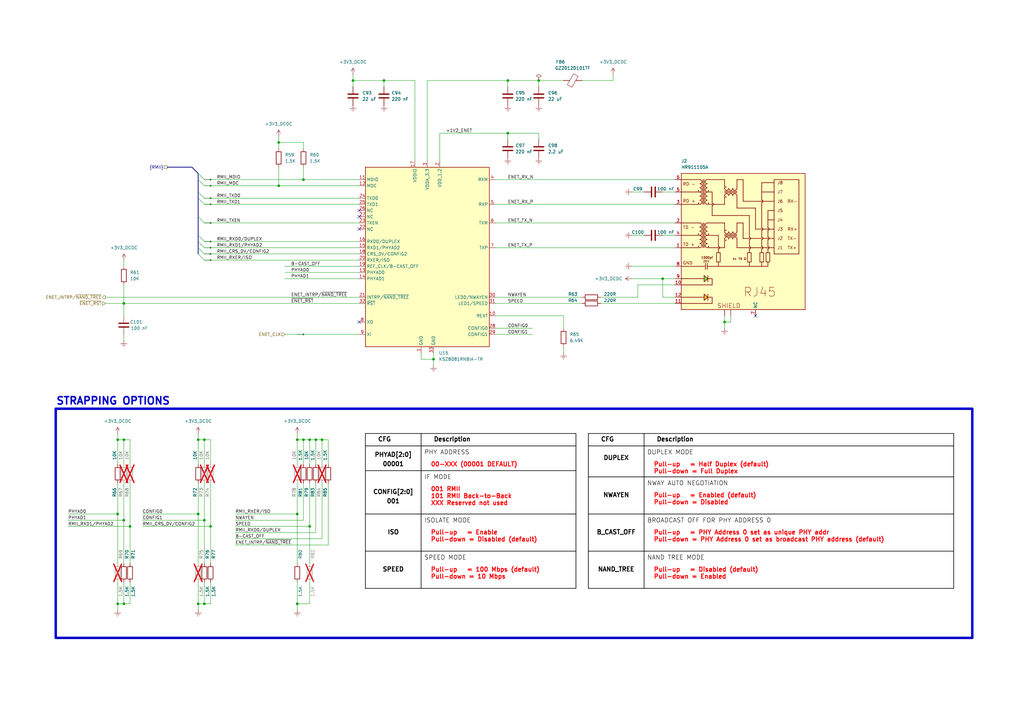
<source format=kicad_sch>
(kicad_sch (version 20231120) (generator "eeschema") (generator_version "8.0")
  (paper "A3")
  (title_block (title "i.MX6 Demo Board") (date "2024-05-26") (rev "00") (company "ts-manuel"))
  (bus_alias "RMII" (members "RMII_MDIO" "RMII_MDC" "RMII_TXD0" "RMII_TXD1" "RMII_TXEN" "RMII_RXD0/DUPLEX" "RMII_RXD1/PHYAD2" "RMII_CRS_DV/CONFIG2" "RMII_RXER/ISO"))
  (junction (at 50.8 124.46))
  (junction (at 114.3 76.2))
  (junction (at 81.28 210.82))
  (junction (at 129.54 180.34))
  (junction (at 81.28 180.34))
  (junction (at 132.08 180.34))
  (junction (at 121.92 180.34))
  (junction (at 83.82 213.36))
  (junction (at 50.8 247.65))
  (junction (at 83.82 247.65))
  (junction (at 48.26 180.34))
  (junction (at 86.36 215.9))
  (junction (at 48.26 210.82))
  (junction (at 50.8 180.34))
  (junction (at 81.28 247.65))
  (junction (at 48.26 247.65))
  (junction (at 121.92 247.65))
  (junction (at 297.18 132.08))
  (junction (at 127 215.9))
  (junction (at 53.34 215.9))
  (junction (at 220.98 33.02))
  (junction (at 50.8 213.36))
  (junction (at 124.46 73.66))
  (junction (at 157.48 33.02))
  (junction (at 144.78 33.02))
  (junction (at 177.8 147.32))
  (junction (at 124.46 180.34))
  (junction (at 271.78 114.3))
  (junction (at 208.28 54.61))
  (junction (at 121.92 210.82))
  (junction (at 208.28 33.02))
  (junction (at 127 180.34))
  (junction (at 114.3 58.42))
  (junction (at 83.82 180.34))
  (no_connect (at 147.32 93.98))
  (no_connect (at 147.32 86.36))
  (no_connect (at 147.32 88.9))
  (no_connect (at 147.32 132.08))
  (no_connect (at 309.88 129.54))
  (bus_entry (at 81.28 88.9) (size 2.54 2.54))
  (bus_entry (at 81.28 73.66) (size 2.54 2.54))
  (bus_entry (at 81.28 71.12) (size 2.54 2.54))
  (bus_entry (at 81.28 99.06) (size 2.54 2.54))
  (bus_entry (at 81.28 96.52) (size 2.54 2.54))
  (bus_entry (at 81.28 78.74) (size 2.54 2.54))
  (bus_entry (at 81.28 101.6) (size 2.54 2.54))
  (bus_entry (at 81.28 81.28) (size 2.54 2.54))
  (bus_entry (at 81.28 104.14) (size 2.54 2.54))
  (wire (pts (xy 175.26 33.02) (xy 175.26 66.04)))
  (wire (pts (xy 86.36 190.5) (xy 86.36 180.34)))
  (bus (pts (xy 81.28 88.9) (xy 81.28 81.28)))
  (wire (pts (xy 276.86 78.74) (xy 271.78 78.74)))
  (wire (pts (xy 50.8 139.7) (xy 50.8 137.16)))
  (wire (pts (xy 43.18 124.46) (xy 50.8 124.46)))
  (wire (pts (xy 81.28 190.5) (xy 81.28 180.34)))
  (wire (pts (xy 114.3 58.42) (xy 114.3 55.88)))
  (wire (pts (xy 114.3 60.96) (xy 114.3 58.42)))
  (wire (pts (xy 83.82 104.14) (xy 147.32 104.14)))
  (wire (pts (xy 48.26 210.82) (xy 48.26 231.14)))
  (wire (pts (xy 50.8 190.5) (xy 50.8 180.34)))
  (wire (pts (xy 246.38 121.92) (xy 261.62 121.92)))
  (wire (pts (xy 114.3 76.2) (xy 114.3 68.58)))
  (wire (pts (xy 134.62 180.34) (xy 134.62 190.5)))
  (wire (pts (xy 50.8 213.36) (xy 50.8 231.14)))
  (wire (pts (xy 203.2 73.66) (xy 276.86 73.66)))
  (polyline (pts (xy 391.16 241.3) (xy 391.16 177.8)) (stroke (width 0.254) (type solid) (color 0 0 0 1)))
  (wire (pts (xy 238.76 121.92) (xy 203.2 121.92)))
  (bus (pts (xy 81.28 73.66) (xy 81.28 71.12)))
  (wire (pts (xy 231.14 129.54) (xy 203.2 129.54)))
  (wire (pts (xy 83.82 247.65) (xy 86.36 247.65)))
  (wire (pts (xy 96.52 210.82) (xy 121.92 210.82)))
  (wire (pts (xy 124.46 180.34) (xy 124.46 190.5)))
  (wire (pts (xy 220.98 33.02) (xy 231.14 33.02)))
  (wire (pts (xy 81.28 177.8) (xy 81.28 180.34)))
  (bus (pts (xy 81.28 81.28) (xy 81.28 78.74)))
  (wire (pts (xy 127 190.5) (xy 127 180.34)))
  (wire (pts (xy 50.8 247.65) (xy 53.34 247.65)))
  (wire (pts (xy 246.38 124.46) (xy 276.86 124.46)))
  (wire (pts (xy 203.2 83.82) (xy 276.86 83.82)))
  (wire (pts (xy 48.26 210.82) (xy 48.26 198.12)))
  (wire (pts (xy 208.28 57.15) (xy 208.28 54.61)))
  (wire (pts (xy 127 238.76) (xy 127 247.65)))
  (wire (pts (xy 177.8 147.32) (xy 177.8 149.86)))
  (wire (pts (xy 50.8 198.12) (xy 50.8 213.36)))
  (wire (pts (xy 144.78 35.56) (xy 144.78 33.02)))
  (wire (pts (xy 27.94 213.36) (xy 50.8 213.36)))
  (wire (pts (xy 208.28 33.02) (xy 175.26 33.02)))
  (wire (pts (xy 157.48 35.56) (xy 157.48 33.02)))
  (wire (pts (xy 48.26 238.76) (xy 48.26 247.65)))
  (wire (pts (xy 53.34 190.5) (xy 53.34 180.34)))
  (bus (pts (xy 68.58 68.58) (xy 78.74 68.58)))
  (wire (pts (xy 53.34 180.34) (xy 50.8 180.34)))
  (wire (pts (xy 203.2 124.46) (xy 238.76 124.46)))
  (wire (pts (xy 132.08 220.98) (xy 132.08 198.12)))
  (wire (pts (xy 83.82 198.12) (xy 83.82 213.36)))
  (wire (pts (xy 116.84 114.3) (xy 147.32 114.3)))
  (wire (pts (xy 147.32 83.82) (xy 83.82 83.82)))
  (wire (pts (xy 208.28 54.61) (xy 180.34 54.61)))
  (polyline (pts (xy 241.3 182.88) (xy 391.16 182.88)) (stroke (width 0.254) (type solid) (color 0 0 0 1)))
  (wire (pts (xy 203.2 101.6) (xy 276.86 101.6)))
  (wire (pts (xy 83.82 238.76) (xy 83.82 247.65)))
  (wire (pts (xy 203.2 91.44) (xy 276.86 91.44)))
  (wire (pts (xy 124.46 213.36) (xy 124.46 198.12)))
  (wire (pts (xy 147.32 81.28) (xy 83.82 81.28)))
  (polyline (pts (xy 149.86 177.8) (xy 149.86 241.3)) (stroke (width 0.254) (type solid) (color 0 0 0 1)))
  (wire (pts (xy 276.86 121.92) (xy 271.78 121.92)))
  (wire (pts (xy 86.36 231.14) (xy 86.36 215.9)))
  (wire (pts (xy 121.92 190.5) (xy 121.92 180.34)))
  (wire (pts (xy 177.8 147.32) (xy 177.8 144.78)))
  (wire (pts (xy 238.76 33.02) (xy 251.46 33.02)))
  (wire (pts (xy 121.92 238.76) (xy 121.92 247.65)))
  (wire (pts (xy 81.28 247.65) (xy 83.82 247.65)))
  (wire (pts (xy 129.54 180.34) (xy 132.08 180.34)))
  (bus (pts (xy 78.74 68.58) (xy 81.28 71.12)))
  (wire (pts (xy 81.28 247.65) (xy 81.28 250.19)))
  (wire (pts (xy 81.28 238.76) (xy 81.28 247.65)))
  (polyline (pts (xy 149.86 182.88) (xy 236.22 182.88)) (stroke (width 0.254) (type solid) (color 0 0 0 1)))
  (wire (pts (xy 96.52 218.44) (xy 129.54 218.44)))
  (wire (pts (xy 259.08 78.74) (xy 264.16 78.74)))
  (wire (pts (xy 220.98 35.56) (xy 220.98 33.02)))
  (wire (pts (xy 132.08 180.34) (xy 134.62 180.34)))
  (polyline (pts (xy 149.86 241.3) (xy 236.22 241.3)) (stroke (width 0.254) (type solid) (color 0 0 0 1)))
  (wire (pts (xy 299.72 132.08) (xy 299.72 129.54)))
  (wire (pts (xy 83.82 101.6) (xy 147.32 101.6)))
  (wire (pts (xy 147.32 91.44) (xy 83.82 91.44)))
  (wire (pts (xy 144.78 33.02) (xy 144.78 30.48)))
  (wire (pts (xy 81.28 210.82) (xy 81.28 231.14)))
  (wire (pts (xy 127 215.9) (xy 127 231.14)))
  (polyline (pts (xy 391.16 177.8) (xy 241.3 177.8)) (stroke (width 0.254) (type solid) (color 0 0 0 1)))
  (wire (pts (xy 50.8 180.34) (xy 48.26 180.34)))
  (wire (pts (xy 172.72 147.32) (xy 172.72 144.78)))
  (polyline (pts (xy 241.3 226.06) (xy 391.16 226.06)) (stroke (width 0.254) (type solid) (color 0 0 0 1)))
  (wire (pts (xy 58.42 213.36) (xy 83.82 213.36)))
  (wire (pts (xy 261.62 116.84) (xy 276.86 116.84)))
  (polyline (pts (xy 149.86 210.82) (xy 236.22 210.82)) (stroke (width 0.254) (type solid) (color 0 0 0 1)))
  (wire (pts (xy 83.82 213.36) (xy 83.82 231.14)))
  (wire (pts (xy 144.78 33.02) (xy 157.48 33.02)))
  (polyline (pts (xy 264.16 177.8) (xy 264.16 241.3)) (stroke (width 0.254) (type solid) (color 0 0 0 1)))
  (wire (pts (xy 114.3 76.2) (xy 83.82 76.2)))
  (wire (pts (xy 48.26 247.65) (xy 50.8 247.65)))
  (wire (pts (xy 121.92 210.82) (xy 121.92 198.12)))
  (wire (pts (xy 203.2 137.16) (xy 218.44 137.16)))
  (bus (pts (xy 81.28 104.14) (xy 81.28 101.6)))
  (wire (pts (xy 48.26 247.65) (xy 48.26 250.19)))
  (wire (pts (xy 147.32 73.66) (xy 124.46 73.66)))
  (wire (pts (xy 220.98 54.61) (xy 208.28 54.61)))
  (wire (pts (xy 83.82 190.5) (xy 83.82 180.34)))
  (wire (pts (xy 96.52 223.52) (xy 134.62 223.52)))
  (wire (pts (xy 127 180.34) (xy 129.54 180.34)))
  (wire (pts (xy 203.2 134.62) (xy 218.44 134.62)))
  (wire (pts (xy 50.8 109.22) (xy 50.8 106.68)))
  (wire (pts (xy 58.42 215.9) (xy 86.36 215.9)))
  (wire (pts (xy 121.92 247.65) (xy 127 247.65)))
  (wire (pts (xy 297.18 132.08) (xy 299.72 132.08)))
  (bus (pts (xy 81.28 96.52) (xy 81.28 88.9)))
  (wire (pts (xy 43.18 121.92) (xy 147.32 121.92)))
  (polyline (pts (xy 236.22 241.3) (xy 236.22 177.8)) (stroke (width 0.254) (type solid) (color 0 0 0 1)))
  (wire (pts (xy 261.62 121.92) (xy 261.62 116.84)))
  (wire (pts (xy 170.18 66.04) (xy 170.18 33.02)))
  (wire (pts (xy 116.84 109.22) (xy 147.32 109.22)))
  (wire (pts (xy 251.46 30.48) (xy 251.46 33.02)))
  (polyline (pts (xy 149.86 193.04) (xy 236.22 193.04)) (stroke (width 0.254) (type solid) (color 0 0 0 1)))
  (wire (pts (xy 48.26 177.8) (xy 48.26 180.34)))
  (wire (pts (xy 259.08 96.52) (xy 264.16 96.52)))
  (wire (pts (xy 53.34 215.9) (xy 53.34 231.14)))
  (wire (pts (xy 86.36 180.34) (xy 83.82 180.34)))
  (wire (pts (xy 231.14 144.78) (xy 231.14 142.24)))
  (wire (pts (xy 96.52 213.36) (xy 124.46 213.36)))
  (bus (pts (xy 81.28 99.06) (xy 81.28 96.52)))
  (wire (pts (xy 58.42 210.82) (xy 81.28 210.82)))
  (polyline (pts (xy 236.22 177.8) (xy 149.86 177.8)) (stroke (width 0.254) (type solid) (color 0 0 0 1)))
  (wire (pts (xy 271.78 96.52) (xy 276.86 96.52)))
  (wire (pts (xy 83.82 99.06) (xy 147.32 99.06)))
  (wire (pts (xy 124.46 60.96) (xy 124.46 58.42)))
  (polyline (pts (xy 241.3 241.3) (xy 391.16 241.3)) (stroke (width 0.254) (type solid) (color 0 0 0 1)))
  (wire (pts (xy 170.18 33.02) (xy 157.48 33.02)))
  (wire (pts (xy 81.28 210.82) (xy 81.28 198.12)))
  (wire (pts (xy 53.34 238.76) (xy 53.34 247.65)))
  (wire (pts (xy 96.52 215.9) (xy 127 215.9)))
  (wire (pts (xy 83.82 180.34) (xy 81.28 180.34)))
  (wire (pts (xy 53.34 198.12) (xy 53.34 215.9)))
  (wire (pts (xy 50.8 129.54) (xy 50.8 124.46)))
  (wire (pts (xy 50.8 238.76) (xy 50.8 247.65)))
  (wire (pts (xy 83.82 73.66) (xy 124.46 73.66)))
  (wire (pts (xy 271.78 114.3) (xy 276.86 114.3)))
  (wire (pts (xy 208.28 33.02) (xy 220.98 33.02)))
  (wire (pts (xy 259.08 114.3) (xy 271.78 114.3)))
  (wire (pts (xy 48.26 190.5) (xy 48.26 180.34)))
  (wire (pts (xy 129.54 218.44) (xy 129.54 198.12)))
  (wire (pts (xy 132.08 190.5) (xy 132.08 180.34)))
  (wire (pts (xy 231.14 129.54) (xy 231.14 134.62)))
  (wire (pts (xy 121.92 177.8) (xy 121.92 180.34)))
  (wire (pts (xy 83.82 106.68) (xy 147.32 106.68)))
  (polyline (pts (xy 241.3 195.58) (xy 391.16 195.58)) (stroke (width 0.254) (type solid) (color 0 0 0 1)))
  (wire (pts (xy 50.8 116.84) (xy 50.8 124.46)))
  (wire (pts (xy 297.18 132.08) (xy 297.18 129.54)))
  (wire (pts (xy 124.46 58.42) (xy 114.3 58.42)))
  (wire (pts (xy 259.08 109.22) (xy 276.86 109.22)))
  (wire (pts (xy 271.78 121.92) (xy 271.78 114.3)))
  (wire (pts (xy 297.18 134.62) (xy 297.18 132.08)))
  (wire (pts (xy 177.8 147.32) (xy 172.72 147.32)))
  (wire (pts (xy 134.62 223.52) (xy 134.62 198.12)))
  (bus (pts (xy 81.28 78.74) (xy 81.28 73.66)))
  (wire (pts (xy 27.94 215.9) (xy 53.34 215.9)))
  (polyline (pts (xy 241.3 210.82) (xy 391.16 210.82)) (stroke (width 0.254) (type solid) (color 0 0 0 1)))
  (wire (pts (xy 121.92 180.34) (xy 124.46 180.34)))
  (polyline (pts (xy 241.3 177.8) (xy 241.3 241.3)) (stroke (width 0.254) (type solid) (color 0 0 0 1)))
  (bus (pts (xy 81.28 101.6) (xy 81.28 99.06)))
  (wire (pts (xy 121.92 210.82) (xy 121.92 231.14)))
  (wire (pts (xy 208.28 35.56) (xy 208.28 33.02)))
  (wire (pts (xy 147.32 76.2) (xy 114.3 76.2)))
  (wire (pts (xy 116.84 137.16) (xy 147.32 137.16)))
  (wire (pts (xy 86.36 238.76) (xy 86.36 247.65)))
  (wire (pts (xy 121.92 247.65) (xy 121.92 250.19)))
  (wire (pts (xy 124.46 73.66) (xy 124.46 68.58)))
  (wire (pts (xy 220.98 57.15) (xy 220.98 54.61)))
  (wire (pts (xy 124.46 180.34) (xy 127 180.34)))
  (polyline (pts (xy 149.86 226.06) (xy 236.22 226.06)) (stroke (width 0.254) (type solid) (color 0 0 0 1)))
  (polyline (pts (xy 172.72 177.8) (xy 172.72 241.3)) (stroke (width 0.254) (type solid) (color 0 0 0 1)))
  (wire (pts (xy 86.36 198.12) (xy 86.36 215.9)))
  (wire (pts (xy 127 198.12) (xy 127 215.9)))
  (wire (pts (xy 116.84 111.76) (xy 147.32 111.76)))
  (wire (pts (xy 50.8 124.46) (xy 147.32 124.46)))
  (wire (pts (xy 96.52 220.98) (xy 132.08 220.98)))
  (wire (pts (xy 129.54 180.34) (xy 129.54 190.5)))
  (wire (pts (xy 27.94 210.82) (xy 48.26 210.82)))
  (wire (pts (xy 180.34 54.61) (xy 180.34 66.04)))
  (rectangle (start 22.86 167.64) (end 398.78 261.62) (stroke (width 1)))
  (text_box "Pull-up   = Enable\nPull-down = Disabled (default)" (at 233.68 215.9 0) (size -58.42 7.62) (stroke (width -0.0001) (color 0 0 0 1)) (effects (font (size 1.778 1.778) (bold yes)) (justify left top)))
  (text_box "Pull-up   = Half Duplex (default)\nPull-down = Full Duplex" (at 330.2 187.96 0) (size -63.5 7.62) (stroke (width -0.0001) (color 0 0 0 1)) (effects (font (size 1.778 1.778) (bold yes)) (justify left top)))
  (text_box "Pull-up   = PHY Address 0 set as unique PHY addr\nPull-down = PHY Address 0 set as broadcast PHY address (default)" (at 388.62 215.9 0) (size -121.92 10.16) (stroke (width -0.0001) (color 0 0 0 1)) (effects (font (size 1.778 1.778) (bold yes)) (justify left top)))
  (text_box "Pull-up   = 100 Mbps (default)\nPull-down = 10 Mbps" (at 175.26 231.14 0) (size 58.42 7.62) (stroke (width -0.0001) (color 0 0 0 1)) (effects (font (size 1.778 1.778) (bold yes)) (justify left top)))
  (text_box "Pull-up   = Disabled (default)\nPull-down = Enabled" (at 325.12 231.14 0) (size -58.42 7.62) (stroke (width -0.0001) (color 0 0 0 1)) (effects (font (size 1.778 1.778) (bold yes)) (justify left top)))
  (text_box "00-XXX (00001 DEFAULT)" (at 218.44 187.96 0) (size -43.18 5.08) (stroke (width -0.0001) (color 0 0 0 1)) (effects (font (size 1.778 1.778) (bold yes)) (justify left top)))
  (text_box "Pull-up   = Enabled (default)\nPull-down = Disabled" (at 322.58 200.66 0) (size -55.88 7.62) (stroke (width -0.0001) (color 0 0 0 1)) (effects (font (size 1.778 1.778) (bold yes)) (justify left top)))
  (text_box "001 RMII\n101 RMII Back-to-Back\nXXX Reserved not used" (at 215.9 198.12 0) (size -40.64 12.7) (stroke (width -0.0001) (color 0 0 0 1)) (effects (font (size 1.778 1.778) (bold yes)) (justify left top)))
  (text "Description" (at 269.24 180.34 0) (effects (font (size 1.778 1.778) (bold yes)) (justify left)))
  (text "NWAY AUTO NEGOTIATION" (at 265.43 199.39 0) (effects (font (size 1.778 1.778)) (justify left bottom)))
  (text "PHYAD[2:0]" (at 161.29 186.69 0) (effects (font (size 1.778 1.778) (bold yes))))
  (text "STRAPPING OPTIONS" (at 22.86 166.37 0) (effects (font (size 3.048 3.048) (bold yes)) (justify left bottom)))
  (text "SPEED MODE" (at 173.99 229.87 0) (effects (font (size 1.778 1.778)) (justify left bottom)))
  (text "CFG" (at 154.94 180.34 0) (effects (font (size 1.778 1.778) (bold yes)) (justify left)))
  (text "B_CAST_OFF" (at 252.73 218.44 0) (effects (font (size 1.778 1.778) (bold yes))))
  (text "CONFIG[2:0]" (at 161.29 201.93 0) (effects (font (size 1.778 1.778) (bold yes))))
  (text "DUPLEX MODE" (at 265.43 186.69 0) (effects (font (size 1.778 1.778)) (justify left bottom)))
  (text "Description" (at 177.8 180.34 0) (effects (font (size 1.778 1.778) (bold yes)) (justify left)))
  (text "IF MODE" (at 173.99 196.85 0) (effects (font (size 1.778 1.778)) (justify left bottom)))
  (text "00001" (at 161.29 190.5 0) (effects (font (size 1.778 1.778) (bold yes))))
  (text "ISO" (at 161.29 218.44 0) (effects (font (size 1.778 1.778) (bold yes))))
  (text "CFG" (at 246.38 180.34 0) (effects (font (size 1.778 1.778) (bold yes)) (justify left)))
  (text "001" (at 161.29 205.74 0) (effects (font (size 1.778 1.778) (bold yes))))
  (text "BROADCAST OFF FOR PHY ADDRESS 0" (at 265.43 214.63 0) (effects (font (size 1.778 1.778)) (justify left bottom)))
  (text "ISOLATE MODE" (at 173.99 214.63 0) (effects (font (size 1.778 1.778)) (justify left bottom)))
  (text "NWAYEN" (at 252.73 203.2 0) (effects (font (size 1.778 1.778) (bold yes))))
  (text "NAND_TREE" (at 252.73 233.68 0) (effects (font (size 1.778 1.778) (bold yes))))
  (text "NAND TREE MODE" (at 265.43 229.87 0) (effects (font (size 1.778 1.778)) (justify left bottom)))
  (text "SPEED" (at 161.29 233.68 0) (effects (font (size 1.778 1.778) (bold yes))))
  (text "PHY ADDRESS" (at 173.99 186.69 0) (effects (font (size 1.778 1.778)) (justify left bottom)))
  (text "DUPLEX" (at 252.73 187.96 0) (effects (font (size 1.778 1.778) (bold yes))))
  (label "PHYAD1" (at 27.94 213.36 0))
  (label "RMII_RXD0{slash}DUPLEX" (at 96.52 218.44 0))
  (label "RMII_MDC" (at 88.9 76.2 0))
  (label "RMII_TXD0" (at 88.9 81.28 0))
  (label "B-CAST_OFF" (at 119.38 109.22 0))
  (label "SPEED" (at 96.52 215.9 0))
  (label "NWAYEN" (at 96.52 213.36 0))
  (label "PHYAD0" (at 119.38 111.76 0))
  (label "NWAYEN" (at 208.28 121.92 0))
  (label "ENET_RX_P" (at 208.28 83.82 0))
  (label "ENET_INTRP{slash}~{NAND_TREE}" (at 119.38 121.92 0))
  (label "RMII_CRS_DV{slash}CONFIG2" (at 58.42 215.9 0))
  (label "ENET_RX_N" (at 208.28 73.66 0))
  (label "RMII_CRS_DV{slash}CONFIG2" (at 88.9 104.14 0))
  (label "RMII_MDIO" (at 88.9 73.66 0))
  (label "ENET_TX_P" (at 208.28 101.6 0))
  (label "CONFIG1" (at 208.28 137.16 0))
  (label "RMII_RXER{slash}ISO" (at 96.52 210.82 0))
  (label "ENET_TX_N" (at 208.28 91.44 0))
  (label "ENET_INTRP{slash}~{NAND_TREE}" (at 96.52 223.52 0))
  (label "PHYAD1" (at 119.38 114.3 0))
  (label "B-CAST_OFF" (at 96.52 220.98 0))
  (label "RMII_RXER{slash}ISO" (at 88.9 106.68 0))
  (label "+1V2_ENET" (at 182.88 54.61 0))
  (label "RMII_TXD1" (at 88.9 83.82 0))
  (label "RMII_TXEN" (at 88.9 91.44 0))
  (label "RMII_RXD1{slash}PHYAD2" (at 88.9 101.6 0))
  (label "~{ENET_RST}" (at 119.38 124.46 0))
  (label "RMII_RXD0{slash}DUPLEX" (at 88.9 99.06 0))
  (label "SPEED" (at 208.28 124.46 0))
  (label "RMII_RXD1{slash}PHYAD2" (at 27.94 215.9 0))
  (label "CONFIG0" (at 208.28 134.62 0))
  (label "CONFIG0" (at 58.42 210.82 0))
  (label "PHYAD0" (at 27.94 210.82 0))
  (label "CONFIG1" (at 58.42 213.36 0))
  (hierarchical_label "ENET_CLK" (shape input) (at 116.84 137.16 180))
  (hierarchical_label "~{ENET_RST}" (shape input) (at 43.18 124.46 180))
  (hierarchical_label "{RMII}" (shape passive) (at 68.58 68.58 180))
  (hierarchical_label "ENET_INTRP{slash}~{NAND_TREE}" (shape output) (at 43.18 121.92 180))
  (netclass_flag "" (length 2.54) (shape dot) (at 83.82 104.14 270) (property "Netclass" "RMII" (effects (hide yes))))
  (netclass_flag "" (length 2.54) (shape dot) (at 83.82 106.68 270) (property "Netclass" "RMII" (effects (hide yes))))
  (netclass_flag "" (length 2.54) (shape dot) (at 121.92 137.16 270) (property "Netclass" "RMII" (effects (hide yes))))
  (netclass_flag "" (length 2.54) (shape dot) (at 83.82 81.28 270) (property "Netclass" "RMII" (effects (hide yes))))
  (netclass_flag "" (length 2.54) (shape dot) (at 83.82 73.66 270) (property "Netclass" "RMII" (effects (hide yes))))
  (netclass_flag "" (length 2.54) (shape dot) (at 83.82 101.6 270) (property "Netclass" "RMII" (effects (hide yes))))
  (netclass_flag "" (length 2.54) (shape dot) (at 83.82 91.44 270) (property "Netclass" "RMII" (effects (hide yes))))
  (netclass_flag "" (length 2.54) (shape dot) (at 83.82 83.82 270) (property "Netclass" "RMII" (effects (hide yes))))
  (netclass_flag "" (length 2.54) (shape dot) (at 83.82 76.2 270) (property "Netclass" "RMII" (effects (hide yes))))
  (netclass_flag "" (length 2.54) (shape dot) (at 83.82 99.06 270) (property "Netclass" "RMII" (effects (hide yes))))
  (symbol (lib_id "power:GNDREF") (at 177.8 149.86 0) (unit 1)
    (property "Reference" "#PWR0190" (effects (hide yes)))
    (property "Value" "GNDREF" (effects (hide yes)))
    (property "Description" "Power symbol creates a global label with name \"GNDREF\" , reference supply ground" (effects (hide yes)))
  )
  (symbol (lib_id "-- database:Capacitors/CAP_0603-22u-6.3V-X5R-20%") (at 220.98 39.37 0) (unit 1)
    (property "Reference" "C96" (at 224.79 38.0999 0) (effects (justify left)))
    (property "Value" "22 uF" (at 224.79 40.6399 0) (effects (justify left)))
    (property "Footprint" "ts_Passives:CAP-0603" (effects (hide yes)))
    (property "Description" "MLCC - SMD 0603 22uF 6.3V X5R 20%" (effects (hide yes)))
    (property "Voltage" "6.3 V" (effects (hide yes)))
    (property "Dielectric" "X5R" (effects (hide yes)))
    (property "Tollerance" "20 %" (effects (hide yes)))
    (property "Manufacturer" "Generic" (effects (hide yes)))
    (property "Mouser" "81-GRM21BR61E226ME4L" (effects (hide yes)))
    (property "LCSC" "C93926" (effects (hide yes)))
    (property "Stock" "0" (effects (hide yes)))
  )
  (symbol (lib_id "power:+9VA") (at 144.78 30.48 0) (unit 1)
    (property "Reference" "#PWR0172" (effects (hide yes)))
    (property "Value" "+3V3_DCDC" (at 144.78 25.4 0))
    (property "Description" "Power symbol creates a global label with name \"+9VA\"" (effects (hide yes)))
  )
  (symbol (lib_id "-- database:Resistors/RES-SMD-0402-10K-1/16W-1%") (at 121.92 194.31 180) (unit 1) (dnp yes)
    (property "Reference" "R78" (at 120.65 201.93 90))
    (property "Value" "10K" (at 120.65 186.69 90))
    (property "Footprint" "ts_Passives:RES-0402" (effects (hide yes)))
    (property "Description" "Thick Film Resistor - SMD 0402 10K 1% 1/16W" (effects (hide yes)))
    (property "Tollerance" "1%" (effects (hide yes)))
    (property "Power" "1/16W" (effects (hide yes)))
    (property "Manufacturer" "Generic" (effects (hide yes)))
    (property "Mouser" "303-0402WGF1002TCE" (effects (hide yes)))
    (property "LCSC" "C25744" (effects (hide yes)))
    (property "Stock" "0" (effects (hide yes)))
  )
  (symbol (lib_id "-- database:Resistors/RES-SMD-0402-220R-1/16W-1%") (at 242.57 121.92 90) (unit 1)
    (property "Reference" "R63" (at 234.95 120.65 90))
    (property "Value" "220R" (at 250.19 120.65 90))
    (property "Footprint" "ts_Passives:RES-0402" (effects (hide yes)))
    (property "Description" "Thick Film Resistor - SMD 0402 220R 1% 1/16W" (effects (hide yes)))
    (property "Tollerance" "1%" (effects (hide yes)))
    (property "Power" "1/16W" (effects (hide yes)))
    (property "Manufacturer" "Generic" (effects (hide yes)))
    (property "Mouser" "303-0402WGF2200TCE" (effects (hide yes)))
    (property "LCSC" "C25091" (effects (hide yes)))
    (property "Stock" "0" (effects (hide yes)))
  )
  (symbol (lib_id "power:GNDREF") (at 231.14 144.78 0) (unit 1)
    (property "Reference" "#PWR0189" (effects (hide yes)))
    (property "Value" "GNDREF" (effects (hide yes)))
    (property "Description" "Power symbol creates a global label with name \"GNDREF\" , reference supply ground" (effects (hide yes)))
  )
  (symbol (lib_id "-- database:Resistors/RES-SMD-0402-1K5-1/16W-1%") (at 127 234.95 0) (unit 1) (dnp yes)
    (property "Reference" "R82" (at 128.27 227.33 90))
    (property "Value" "1.5K" (at 128.27 242.57 90))
    (property "Footprint" "ts_Passives:RES-0402" (effects (hide yes)))
    (property "Description" "Thick Film Resistor - SMD 0402 1K 1% 1/16W" (effects (hide yes)))
    (property "Tollerance" "1%" (effects (hide yes)))
    (property "Power" "1/16W" (effects (hide yes)))
    (property "Manufacturer" "Generic" (effects (hide yes)))
    (property "Mouser" "303-0402WGF1501TCE" (effects (hide yes)))
    (property "LCSC" "C25867" (effects (hide yes)))
    (property "Stock" "0" (effects (hide yes)))
  )
  (symbol (lib_id "-- database:Capacitors/CAP_0402-220n-16V-X7R-10%") (at 208.28 60.96 180) (unit 1)
    (property "Reference" "C97" (at 213.36 59.69 0))
    (property "Value" "220 nF" (at 218.44 62.23 0) (effects (justify left)))
    (property "Footprint" "ts_Passives:CAP-0402" (effects (hide yes)))
    (property "Description" "MLCC - SMD 0402 220nF 16V X7R 10%" (effects (hide yes)))
    (property "Voltage" "16 V" (effects (hide yes)))
    (property "Dielectric" "X7R" (effects (hide yes)))
    (property "Tollerance" "10 %" (effects (hide yes)))
    (property "Manufacturer" "Generic" (effects (hide yes)))
    (property "LCSC" "C192432" (effects (hide yes)))
  )
  (symbol (lib_id "-- database:Resistors/RES-SMD-0402-10K-1/16W-1%") (at 132.08 194.31 180) (unit 1) (dnp yes)
    (property "Reference" "R84" (at 130.81 201.93 90))
    (property "Value" "10K" (at 130.81 186.69 90))
    (property "Footprint" "ts_Passives:RES-0402" (effects (hide yes)))
    (property "Description" "Thick Film Resistor - SMD 0402 10K 1% 1/16W" (effects (hide yes)))
    (property "Tollerance" "1%" (effects (hide yes)))
    (property "Power" "1/16W" (effects (hide yes)))
    (property "Manufacturer" "Generic" (effects (hide yes)))
    (property "Mouser" "303-0402WGF1002TCE" (effects (hide yes)))
    (property "LCSC" "C25744" (effects (hide yes)))
    (property "Stock" "0" (effects (hide yes)))
  )
  (symbol (lib_id "-- database:Resistors/RES-SMD-0402-1K5-1/16W-1%") (at 134.62 194.31 180) (unit 1)
    (property "Reference" "R85" (at 133.35 201.93 90))
    (property "Value" "1.5K" (at 133.35 186.69 90))
    (property "Footprint" "ts_Passives:RES-0402" (effects (hide yes)))
    (property "Description" "Thick Film Resistor - SMD 0402 1K 1% 1/16W" (effects (hide yes)))
    (property "Tollerance" "1%" (effects (hide yes)))
    (property "Power" "1/16W" (effects (hide yes)))
    (property "Manufacturer" "Generic" (effects (hide yes)))
    (property "Mouser" "303-0402WGF1501TCE" (effects (hide yes)))
    (property "LCSC" "C25867" (effects (hide yes)))
    (property "Stock" "0" (effects (hide yes)))
  )
  (symbol (lib_id "power:+9VA") (at 48.26 177.8 0) (unit 1)
    (property "Reference" "#PWR0191" (effects (hide yes)))
    (property "Value" "+3V3_DCDC" (at 48.26 172.72 0))
    (property "Description" "Power symbol creates a global label with name \"+9VA\"" (effects (hide yes)))
  )
  (symbol (lib_id "-- database:Resistors/RES-SMD-0402-10K-1/16W-1%") (at 50.8 194.31 180) (unit 1) (dnp yes)
    (property "Reference" "R67" (at 49.53 201.93 90))
    (property "Value" "10K" (at 49.53 186.69 90))
    (property "Footprint" "ts_Passives:RES-0402" (effects (hide yes)))
    (property "Description" "Thick Film Resistor - SMD 0402 10K 1% 1/16W" (effects (hide yes)))
    (property "Tollerance" "1%" (effects (hide yes)))
    (property "Power" "1/16W" (effects (hide yes)))
    (property "Manufacturer" "Generic" (effects (hide yes)))
    (property "Mouser" "303-0402WGF1002TCE" (effects (hide yes)))
    (property "LCSC" "C25744" (effects (hide yes)))
    (property "Stock" "0" (effects (hide yes)))
  )
  (symbol (lib_id "-- database:Capacitors/CAP_0402-100n-50V-X7R-10%") (at 50.8 133.35 180) (unit 1)
    (property "Reference" "C101" (at 55.88 132.08 0))
    (property "Value" "100 nF" (at 57.15 134.62 0))
    (property "Footprint" "ts_Passives:CAP-0402" (effects (hide yes)))
    (property "Description" "MLCC - SMD 0402 100nF 50V X7R 10%" (effects (hide yes)))
    (property "Voltage" "50 V" (effects (hide yes)))
    (property "Dielectric" "X7R" (effects (hide yes)))
    (property "Tollerance" "10 %" (effects (hide yes)))
    (property "Manufacturer" "Generic" (effects (hide yes)))
    (property "LCSC" "C1523" (effects (hide yes)))
  )
  (symbol (lib_id "-- database:Resistors/RES-SMD-0402-1K5-1/16W-1%") (at 53.34 234.95 0) (unit 1)
    (property "Reference" "R71" (at 54.61 227.33 90))
    (property "Value" "1.5K" (at 54.61 242.57 90))
    (property "Footprint" "ts_Passives:RES-0402" (effects (hide yes)))
    (property "Description" "Thick Film Resistor - SMD 0402 1K 1% 1/16W" (effects (hide yes)))
    (property "Tollerance" "1%" (effects (hide yes)))
    (property "Power" "1/16W" (effects (hide yes)))
    (property "Manufacturer" "Generic" (effects (hide yes)))
    (property "Mouser" "303-0402WGF1501TCE" (effects (hide yes)))
    (property "LCSC" "C25867" (effects (hide yes)))
    (property "Stock" "0" (effects (hide yes)))
  )
  (symbol (lib_id "-- database:Resistors/RES-SMD-0402-1K5-1/16W-1%") (at 50.8 234.95 0) (unit 1)
    (property "Reference" "R70" (at 52.07 227.33 90))
    (property "Value" "1.5K" (at 52.07 242.57 90))
    (property "Footprint" "ts_Passives:RES-0402" (effects (hide yes)))
    (property "Description" "Thick Film Resistor - SMD 0402 1K 1% 1/16W" (effects (hide yes)))
    (property "Tollerance" "1%" (effects (hide yes)))
    (property "Power" "1/16W" (effects (hide yes)))
    (property "Manufacturer" "Generic" (effects (hide yes)))
    (property "Mouser" "303-0402WGF1501TCE" (effects (hide yes)))
    (property "LCSC" "C25867" (effects (hide yes)))
    (property "Stock" "0" (effects (hide yes)))
  )
  (symbol (lib_id "power:GNDREF") (at 259.08 96.52 270) (unit 1)
    (property "Reference" "#PWR0182" (effects (hide yes)))
    (property "Value" "GNDREF" (effects (hide yes)))
    (property "Description" "Power symbol creates a global label with name \"GNDREF\" , reference supply ground" (effects (hide yes)))
  )
  (symbol (lib_id "-- database:Resistors/RES-SMD-0402-1K5-1/16W-1%") (at 86.36 234.95 0) (unit 1)
    (property "Reference" "R77" (at 87.63 227.33 90))
    (property "Value" "1.5K" (at 87.63 242.57 90))
    (property "Footprint" "ts_Passives:RES-0402" (effects (hide yes)))
    (property "Description" "Thick Film Resistor - SMD 0402 1K 1% 1/16W" (effects (hide yes)))
    (property "Tollerance" "1%" (effects (hide yes)))
    (property "Power" "1/16W" (effects (hide yes)))
    (property "Manufacturer" "Generic" (effects (hide yes)))
    (property "Mouser" "303-0402WGF1501TCE" (effects (hide yes)))
    (property "LCSC" "C25867" (effects (hide yes)))
    (property "Stock" "0" (effects (hide yes)))
  )
  (symbol (lib_id "power:GNDREF") (at 50.8 139.7 0) (unit 1)
    (property "Reference" "#PWR0188" (effects (hide yes)))
    (property "Value" "GNDREF" (effects (hide yes)))
    (property "Description" "Power symbol creates a global label with name \"GNDREF\" , reference supply ground" (effects (hide yes)))
  )
  (symbol (lib_id "-- database:Capacitors/CAP_0402-220n-16V-X7R-10%") (at 157.48 39.37 180) (unit 1)
    (property "Reference" "C94" (at 162.56 38.1 0))
    (property "Value" "220 nF" (at 167.64 40.64 0) (effects (justify left)))
    (property "Footprint" "ts_Passives:CAP-0402" (effects (hide yes)))
    (property "Description" "MLCC - SMD 0402 220nF 16V X7R 10%" (effects (hide yes)))
    (property "Voltage" "16 V" (effects (hide yes)))
    (property "Dielectric" "X7R" (effects (hide yes)))
    (property "Tollerance" "10 %" (effects (hide yes)))
    (property "Manufacturer" "Generic" (effects (hide yes)))
    (property "LCSC" "C192432" (effects (hide yes)))
  )
  (symbol (lib_id "-- database:Resistors/RES-SMD-0402-10K-1/16W-1%") (at 86.36 194.31 180) (unit 1) (dnp yes)
    (property "Reference" "R74" (at 85.09 201.93 90))
    (property "Value" "10K" (at 85.09 186.69 90))
    (property "Footprint" "ts_Passives:RES-0402" (effects (hide yes)))
    (property "Description" "Thick Film Resistor - SMD 0402 10K 1% 1/16W" (effects (hide yes)))
    (property "Tollerance" "1%" (effects (hide yes)))
    (property "Power" "1/16W" (effects (hide yes)))
    (property "Manufacturer" "Generic" (effects (hide yes)))
    (property "Mouser" "303-0402WGF1002TCE" (effects (hide yes)))
    (property "LCSC" "C25744" (effects (hide yes)))
    (property "Stock" "0" (effects (hide yes)))
  )
  (symbol (lib_id "-- database:Resistors/RES-SMD-0402-1K5-1/16W-1%") (at 81.28 234.95 0) (unit 1) (dnp yes)
    (property "Reference" "R75" (at 82.55 227.33 90))
    (property "Value" "1.5K" (at 82.55 242.57 90))
    (property "Footprint" "ts_Passives:RES-0402" (effects (hide yes)))
    (property "Description" "Thick Film Resistor - SMD 0402 1K 1% 1/16W" (effects (hide yes)))
    (property "Tollerance" "1%" (effects (hide yes)))
    (property "Power" "1/16W" (effects (hide yes)))
    (property "Manufacturer" "Generic" (effects (hide yes)))
    (property "Mouser" "303-0402WGF1501TCE" (effects (hide yes)))
    (property "LCSC" "C25867" (effects (hide yes)))
    (property "Stock" "0" (effects (hide yes)))
  )
  (symbol (lib_id "power:GNDREF") (at 121.92 250.19 0) (unit 1)
    (property "Reference" "#PWR0305" (effects (hide yes)))
    (property "Value" "GNDREF" (effects (hide yes)))
    (property "Description" "Power symbol creates a global label with name \"GNDREF\" , reference supply ground" (effects (hide yes)))
  )
  (symbol (lib_id "power:GNDREF") (at 259.08 109.22 270) (unit 1)
    (property "Reference" "#PWR0185" (effects (hide yes)))
    (property "Value" "GNDREF" (effects (hide yes)))
    (property "Description" "Power symbol creates a global label with name \"GNDREF\" , reference supply ground" (effects (hide yes)))
  )
  (symbol (lib_id "-- database:Resistors/RES-SMD-0402-10K-1/16W-1%") (at 81.28 194.31 180) (unit 1)
    (property "Reference" "R72" (at 80.01 201.93 90))
    (property "Value" "10K" (at 80.01 186.69 90))
    (property "Footprint" "ts_Passives:RES-0402" (effects (hide yes)))
    (property "Description" "Thick Film Resistor - SMD 0402 10K 1% 1/16W" (effects (hide yes)))
    (property "Tollerance" "1%" (effects (hide yes)))
    (property "Power" "1/16W" (effects (hide yes)))
    (property "Manufacturer" "Generic" (effects (hide yes)))
    (property "Mouser" "303-0402WGF1002TCE" (effects (hide yes)))
    (property "LCSC" "C25744" (effects (hide yes)))
    (property "Stock" "0" (effects (hide yes)))
  )
  (symbol (lib_id "power:GNDREF") (at 220.98 43.18 0) (unit 1)
    (property "Reference" "#PWR0177" (effects (hide yes)))
    (property "Value" "GNDREF" (effects (hide yes)))
    (property "Description" "Power symbol creates a global label with name \"GNDREF\" , reference supply ground" (effects (hide yes)))
  )
  (symbol (lib_id "-- database:Generic/FB_GZ2012D101TF") (at 234.95 33.02 90) (unit 1)
    (property "Reference" "FB6" (at 229.87 25.4 90))
    (property "Value" "GZ2012D101TF" (at 234.8992 27.94 90))
    (property "Footprint" "ts_Passives:FB-0805" (effects (hide yes)))
    (property "Description" "Multilayer Chip Ferrite Bead SMD 0805 100Ohm @100MHz 500mA 150mOhm 25%" (effects (hide yes)))
    (property "Manufacturer" "Sunlord" (effects (hide yes)))
    (property "MPN" "GZ2012D101TF" (effects (hide yes)))
    (property "LCSC" "C1015" (effects (hide yes)))
  )
  (symbol (lib_id "-- database:Resistors/RES-SMD-0402-6K49-1/16W-1%") (at 231.14 138.43 0) (unit 1)
    (property "Reference" "R65" (at 233.68 137.1599 0) (effects (justify left)))
    (property "Value" "6.49K" (at 233.68 139.6999 0) (effects (justify left)))
    (property "Footprint" "ts_Passives:RES-0402" (effects (hide yes)))
    (property "Description" "Thick Film Resistor - SMD 0402 6.49K 1% 1/16W" (effects (hide yes)))
    (property "Tollerance" "1%" (effects (hide yes)))
    (property "Power" "1/16W" (effects (hide yes)))
    (property "Manufacturer" "Generic" (effects (hide yes)))
    (property "Mouser" "303-0402WGF6491TCE" (effects (hide yes)))
    (property "LCSC" "C25916" (effects (hide yes)))
    (property "Stock" "0" (effects (hide yes)))
  )
  (symbol (lib_id "-- database:Capacitors/CAP_0402-100n-50V-X7R-10%") (at 267.97 78.74 90) (unit 1)
    (property "Reference" "C99" (at 261.62 77.47 90))
    (property "Value" "100 nF" (at 273.05 77.47 90))
    (property "Footprint" "ts_Passives:CAP-0402" (effects (hide yes)))
    (property "Description" "MLCC - SMD 0402 100nF 50V X7R 10%" (effects (hide yes)))
    (property "Voltage" "50 V" (effects (hide yes)))
    (property "Dielectric" "X7R" (effects (hide yes)))
    (property "Tollerance" "10 %" (effects (hide yes)))
    (property "Manufacturer" "Generic" (effects (hide yes)))
    (property "LCSC" "C1523" (effects (hide yes)))
  )
  (symbol (lib_id "power:GNDREF") (at 48.26 250.19 0) (unit 1)
    (property "Reference" "#PWR068" (effects (hide yes)))
    (property "Value" "GNDREF" (effects (hide yes)))
    (property "Description" "Power symbol creates a global label with name \"GNDREF\" , reference supply ground" (effects (hide yes)))
  )
  (symbol (lib_id "power:+9VA") (at 114.3 55.88 0) (unit 1)
    (property "Reference" "#PWR0178" (effects (hide yes)))
    (property "Value" "+3V3_DCDC" (at 114.3 50.8 0))
    (property "Description" "Power symbol creates a global label with name \"+9VA\"" (effects (hide yes)))
  )
  (symbol (lib_id "-- database:Capacitors/CAP_0402-220n-16V-X7R-10%") (at 208.28 39.37 180) (unit 1)
    (property "Reference" "C95" (at 213.36 38.1 0))
    (property "Value" "220 nF" (at 218.44 40.64 0) (effects (justify left)))
    (property "Footprint" "ts_Passives:CAP-0402" (effects (hide yes)))
    (property "Description" "MLCC - SMD 0402 220nF 16V X7R 10%" (effects (hide yes)))
    (property "Voltage" "16 V" (effects (hide yes)))
    (property "Dielectric" "X7R" (effects (hide yes)))
    (property "Tollerance" "10 %" (effects (hide yes)))
    (property "Manufacturer" "Generic" (effects (hide yes)))
    (property "LCSC" "C192432" (effects (hide yes)))
  )
  (symbol (lib_id "-- database:Resistors/RES-SMD-0402-1K5-1/16W-1%") (at 121.92 234.95 0) (unit 1)
    (property "Reference" "R80" (at 123.19 227.33 90))
    (property "Value" "1.5K" (at 123.19 242.57 90))
    (property "Footprint" "ts_Passives:RES-0402" (effects (hide yes)))
    (property "Description" "Thick Film Resistor - SMD 0402 1K 1% 1/16W" (effects (hide yes)))
    (property "Tollerance" "1%" (effects (hide yes)))
    (property "Power" "1/16W" (effects (hide yes)))
    (property "Manufacturer" "Generic" (effects (hide yes)))
    (property "Mouser" "303-0402WGF1501TCE" (effects (hide yes)))
    (property "LCSC" "C25867" (effects (hide yes)))
    (property "Stock" "0" (effects (hide yes)))
  )
  (symbol (lib_id "power:GNDREF") (at 144.78 43.18 0) (unit 1)
    (property "Reference" "#PWR0174" (effects (hide yes)))
    (property "Value" "GNDREF" (effects (hide yes)))
    (property "Description" "Power symbol creates a global label with name \"GNDREF\" , reference supply ground" (effects (hide yes)))
  )
  (symbol (lib_id "-- database:Resistors/RES-SMD-0402-1K5-1/16W-1%") (at 129.54 194.31 180) (unit 1)
    (property "Reference" "R83" (at 128.27 201.93 90))
    (property "Value" "1.5K" (at 128.27 186.69 90))
    (property "Footprint" "ts_Passives:RES-0402" (effects (hide yes)))
    (property "Description" "Thick Film Resistor - SMD 0402 1K 1% 1/16W" (effects (hide yes)))
    (property "Tollerance" "1%" (effects (hide yes)))
    (property "Power" "1/16W" (effects (hide yes)))
    (property "Manufacturer" "Generic" (effects (hide yes)))
    (property "Mouser" "303-0402WGF1501TCE" (effects (hide yes)))
    (property "LCSC" "C25867" (effects (hide yes)))
    (property "Stock" "0" (effects (hide yes)))
  )
  (symbol (lib_id "-- database:Integrated/INT-KSZ8081RNBIA-TR") (at 149.86 68.58 0) (unit 1)
    (property "Reference" "U15" (at 179.9941 144.78 0) (effects (justify left)))
    (property "Value" "KSZ8081RNBIA-TR" (at 179.9941 147.32 0) (effects (justify left)))
    (property "Footprint" "ts_Integrated:QFN-32-1EP_5x5mm_P0.5mm_EP3.1x3.1mm" (effects (hide yes)))
    (property "Datasheet" "https://wmsc.lcsc.com/wmsc/upload/file/pdf/v2/lcsc/2304140030_Microchip-Tech-KSZ8081RNBIA-TR_C100018.pdf" (effects (hide yes)))
    (property "Description" "QFN32 - Hethernet 10Base-T/100Base-TX Pysical Layer Transceiver RMII" (effects (hide yes)))
    (property "LCSC" "C100018" (effects (hide yes)))
    (property "Mouser" "998-KSZ8081RNBIATR" (effects (hide yes)))
    (property "Manufacturer" "Microchip" (effects (hide yes)))
    (property "MPN" "KSZ8081RNBIA-TR" (effects (hide yes)))
  )
  (symbol (lib_id "-- database:Resistors/RES-SMD-0402-1K5-1/16W-1%") (at 83.82 234.95 0) (unit 1)
    (property "Reference" "R76" (at 85.09 227.33 90))
    (property "Value" "1.5K" (at 85.09 242.57 90))
    (property "Footprint" "ts_Passives:RES-0402" (effects (hide yes)))
    (property "Description" "Thick Film Resistor - SMD 0402 1K 1% 1/16W" (effects (hide yes)))
    (property "Tollerance" "1%" (effects (hide yes)))
    (property "Power" "1/16W" (effects (hide yes)))
    (property "Manufacturer" "Generic" (effects (hide yes)))
    (property "Mouser" "303-0402WGF1501TCE" (effects (hide yes)))
    (property "LCSC" "C25867" (effects (hide yes)))
    (property "Stock" "0" (effects (hide yes)))
  )
  (symbol (lib_id "power:PWR_FLAG") (at 220.98 33.02 0) (unit 1)
    (property "Reference" "#FLG012" (effects (hide yes)))
    (property "Value" "PWR_FLAG" (effects (hide yes)))
    (property "Description" "Special symbol for telling ERC where power comes from" (effects (hide yes)))
  )
  (symbol (lib_id "power:GNDREF") (at 259.08 78.74 270) (unit 1)
    (property "Reference" "#PWR0181" (effects (hide yes)))
    (property "Value" "GNDREF" (effects (hide yes)))
    (property "Description" "Power symbol creates a global label with name \"GNDREF\" , reference supply ground" (effects (hide yes)))
  )
  (symbol (lib_id "-- database:Resistors/RES-SMD-0402-10K-1/16W-1%") (at 53.34 194.31 180) (unit 1) (dnp yes)
    (property "Reference" "R68" (at 52.07 201.93 90))
    (property "Value" "10K" (at 52.07 186.69 90))
    (property "Footprint" "ts_Passives:RES-0402" (effects (hide yes)))
    (property "Description" "Thick Film Resistor - SMD 0402 10K 1% 1/16W" (effects (hide yes)))
    (property "Tollerance" "1%" (effects (hide yes)))
    (property "Power" "1/16W" (effects (hide yes)))
    (property "Manufacturer" "Generic" (effects (hide yes)))
    (property "Mouser" "303-0402WGF1002TCE" (effects (hide yes)))
    (property "LCSC" "C25744" (effects (hide yes)))
    (property "Stock" "0" (effects (hide yes)))
  )
  (symbol (lib_id "-- database:Resistors/RES-SMD-0402-10K-1/16W-1%") (at 83.82 194.31 180) (unit 1) (dnp yes)
    (property "Reference" "R73" (at 82.55 201.93 90))
    (property "Value" "10K" (at 82.55 186.69 90))
    (property "Footprint" "ts_Passives:RES-0402" (effects (hide yes)))
    (property "Description" "Thick Film Resistor - SMD 0402 10K 1% 1/16W" (effects (hide yes)))
    (property "Tollerance" "1%" (effects (hide yes)))
    (property "Power" "1/16W" (effects (hide yes)))
    (property "Manufacturer" "Generic" (effects (hide yes)))
    (property "Mouser" "303-0402WGF1002TCE" (effects (hide yes)))
    (property "LCSC" "C25744" (effects (hide yes)))
    (property "Stock" "0" (effects (hide yes)))
  )
  (symbol (lib_id "power:GNDREF") (at 220.98 64.77 0) (unit 1)
    (property "Reference" "#PWR0180" (effects (hide yes)))
    (property "Value" "GNDREF" (effects (hide yes)))
    (property "Description" "Power symbol creates a global label with name \"GNDREF\" , reference supply ground" (effects (hide yes)))
  )
  (symbol (lib_id "power:+9VA") (at 121.92 177.8 0) (unit 1)
    (property "Reference" "#PWR0192" (effects (hide yes)))
    (property "Value" "+3V3_DCDC" (at 121.92 172.72 0))
    (property "Description" "Power symbol creates a global label with name \"+9VA\"" (effects (hide yes)))
  )
  (symbol (lib_id "-- database:Resistors/RES-SMD-0402-1K5-1/16W-1%") (at 114.3 64.77 0) (unit 1)
    (property "Reference" "R59" (at 116.84 63.4999 0) (effects (justify left)))
    (property "Value" "1.5K" (at 116.84 66.0399 0) (effects (justify left)))
    (property "Footprint" "ts_Passives:RES-0402" (effects (hide yes)))
    (property "Description" "Thick Film Resistor - SMD 0402 1K 1% 1/16W" (effects (hide yes)))
    (property "Tollerance" "1%" (effects (hide yes)))
    (property "Power" "1/16W" (effects (hide yes)))
    (property "Manufacturer" "Generic" (effects (hide yes)))
    (property "Mouser" "303-0402WGF1501TCE" (effects (hide yes)))
    (property "LCSC" "C25867" (effects (hide yes)))
    (property "Stock" "0" (effects (hide yes)))
  )
  (symbol (lib_id "-- database:Mechanical/RJ45_THT-HR911105A") (at 279.4 71.12 0) (unit 1)
    (property "Reference" "J2" (at 279.4 66.04 0) (effects (justify left)))
    (property "Value" "HR911105A" (at 279.4 68.58 0) (effects (justify left)))
    (property "Footprint" "ts_Mechanical:RJ45_THT-HR911105A" (effects (hide yes)))
    (property "Description" "RJ45 Single Port with LEDs and Integrate Magnetics" (effects (hide yes)))
    (property "Manufacturer" "HANRUN" (effects (hide yes)))
    (property "MPN" "HR911105A" (effects (hide yes)))
    (property "Stock" "0" (effects (hide yes)))
    (property "LCSC" "C12074" (effects (hide yes)))
  )
  (symbol (lib_id "-- database:Resistors/RES-SMD-0402-1K5-1/16W-1%") (at 48.26 234.95 0) (unit 1) (dnp yes)
    (property "Reference" "R69" (at 49.53 227.33 90))
    (property "Value" "1.5K" (at 49.53 242.57 90))
    (property "Footprint" "ts_Passives:RES-0402" (effects (hide yes)))
    (property "Description" "Thick Film Resistor - SMD 0402 1K 1% 1/16W" (effects (hide yes)))
    (property "Tollerance" "1%" (effects (hide yes)))
    (property "Power" "1/16W" (effects (hide yes)))
    (property "Manufacturer" "Generic" (effects (hide yes)))
    (property "Mouser" "303-0402WGF1501TCE" (effects (hide yes)))
    (property "LCSC" "C25867" (effects (hide yes)))
    (property "Stock" "0" (effects (hide yes)))
  )
  (symbol (lib_id "-- database:Resistors/RES-SMD-0402-1K5-1/16W-1%") (at 124.46 194.31 180) (unit 1)
    (property "Reference" "R81" (at 123.19 201.93 90))
    (property "Value" "1.5K" (at 123.19 186.69 90))
    (property "Footprint" "ts_Passives:RES-0402" (effects (hide yes)))
    (property "Description" "Thick Film Resistor - SMD 0402 1K 1% 1/16W" (effects (hide yes)))
    (property "Tollerance" "1%" (effects (hide yes)))
    (property "Power" "1/16W" (effects (hide yes)))
    (property "Manufacturer" "Generic" (effects (hide yes)))
    (property "Mouser" "303-0402WGF1501TCE" (effects (hide yes)))
    (property "LCSC" "C25867" (effects (hide yes)))
    (property "Stock" "0" (effects (hide yes)))
  )
  (symbol (lib_id "power:GNDREF") (at 81.28 250.19 0) (unit 1)
    (property "Reference" "#PWR069" (effects (hide yes)))
    (property "Value" "GNDREF" (effects (hide yes)))
    (property "Description" "Power symbol creates a global label with name \"GNDREF\" , reference supply ground" (effects (hide yes)))
  )
  (symbol (lib_id "-- database:Resistors/RES-SMD-0402-10K-1/16W-1%") (at 50.8 113.03 0) (unit 1)
    (property "Reference" "R61" (at 53.34 111.7599 0) (effects (justify left)))
    (property "Value" "10K" (at 53.34 114.2999 0) (effects (justify left)))
    (property "Footprint" "ts_Passives:RES-0402" (effects (hide yes)))
    (property "Description" "Thick Film Resistor - SMD 0402 10K 1% 1/16W" (effects (hide yes)))
    (property "Tollerance" "1%" (effects (hide yes)))
    (property "Power" "1/16W" (effects (hide yes)))
    (property "Manufacturer" "Generic" (effects (hide yes)))
    (property "Mouser" "303-0402WGF1002TCE" (effects (hide yes)))
    (property "LCSC" "C25744" (effects (hide yes)))
    (property "Stock" "0" (effects (hide yes)))
  )
  (symbol (lib_id "power:GNDREF") (at 208.28 64.77 0) (unit 1)
    (property "Reference" "#PWR0179" (effects (hide yes)))
    (property "Value" "GNDREF" (effects (hide yes)))
    (property "Description" "Power symbol creates a global label with name \"GNDREF\" , reference supply ground" (effects (hide yes)))
  )
  (symbol (lib_id "-- database:Resistors/RES-SMD-0402-1K5-1/16W-1%") (at 124.46 64.77 0) (unit 1)
    (property "Reference" "R60" (at 127 63.4999 0) (effects (justify left)))
    (property "Value" "1.5K" (at 127 66.0399 0) (effects (justify left)))
    (property "Footprint" "ts_Passives:RES-0402" (effects (hide yes)))
    (property "Description" "Thick Film Resistor - SMD 0402 1K 1% 1/16W" (effects (hide yes)))
    (property "Tollerance" "1%" (effects (hide yes)))
    (property "Power" "1/16W" (effects (hide yes)))
    (property "Manufacturer" "Generic" (effects (hide yes)))
    (property "Mouser" "303-0402WGF1501TCE" (effects (hide yes)))
    (property "LCSC" "C25867" (effects (hide yes)))
    (property "Stock" "0" (effects (hide yes)))
  )
  (symbol (lib_id "-- database:Resistors/RES-SMD-0402-220R-1/16W-1%") (at 242.57 124.46 90) (unit 1)
    (property "Reference" "R64" (at 234.95 123.19 90))
    (property "Value" "220R" (at 250.19 123.19 90))
    (property "Footprint" "ts_Passives:RES-0402" (effects (hide yes)))
    (property "Description" "Thick Film Resistor - SMD 0402 220R 1% 1/16W" (effects (hide yes)))
    (property "Tollerance" "1%" (effects (hide yes)))
    (property "Power" "1/16W" (effects (hide yes)))
    (property "Manufacturer" "Generic" (effects (hide yes)))
    (property "Mouser" "303-0402WGF2200TCE" (effects (hide yes)))
    (property "LCSC" "C25091" (effects (hide yes)))
    (property "Stock" "0" (effects (hide yes)))
  )
  (symbol (lib_id "-- database:Capacitors/CAP_0603-2.2u-16V-X5R-10%") (at 220.98 60.96 0) (unit 1)
    (property "Reference" "C98" (at 224.79 59.6899 0) (effects (justify left)))
    (property "Value" "2.2 uF" (at 224.79 62.2299 0) (effects (justify left)))
    (property "Footprint" "ts_Passives:CAP-0603" (effects (hide yes)))
    (property "Description" "MLCC - SMD 0603 2.2uF 16V X5R 10%" (effects (hide yes)))
    (property "Voltage" "16 V" (effects (hide yes)))
    (property "Dielectric" "X5R" (effects (hide yes)))
    (property "Tollerance" "10 %" (effects (hide yes)))
    (property "Manufacturer" "Generic" (effects (hide yes)))
    (property "Mouser" "187-CL21A225KBQNNNE" (effects (hide yes)))
    (property "LCSC" "C23630" (effects (hide yes)))
    (property "Stock" "0" (effects (hide yes)))
  )
  (symbol (lib_id "-- database:Resistors/RES-SMD-0402-10K-1/16W-1%") (at 48.26 194.31 180) (unit 1)
    (property "Reference" "R66" (at 46.99 201.93 90))
    (property "Value" "10K" (at 46.99 186.69 90))
    (property "Footprint" "ts_Passives:RES-0402" (effects (hide yes)))
    (property "Description" "Thick Film Resistor - SMD 0402 10K 1% 1/16W" (effects (hide yes)))
    (property "Tollerance" "1%" (effects (hide yes)))
    (property "Power" "1/16W" (effects (hide yes)))
    (property "Manufacturer" "Generic" (effects (hide yes)))
    (property "Mouser" "303-0402WGF1002TCE" (effects (hide yes)))
    (property "LCSC" "C25744" (effects (hide yes)))
    (property "Stock" "0" (effects (hide yes)))
  )
  (symbol (lib_id "power:+9VA") (at 81.28 177.8 0) (unit 1)
    (property "Reference" "#PWR070" (effects (hide yes)))
    (property "Value" "+3V3_DCDC" (at 81.28 172.72 0))
    (property "Description" "Power symbol creates a global label with name \"+9VA\"" (effects (hide yes)))
  )
  (symbol (lib_id "power:+9VA") (at 251.46 30.48 0) (unit 1)
    (property "Reference" "#PWR0173" (effects (hide yes)))
    (property "Value" "+3V3_DCDC" (at 251.46 25.4 0))
    (property "Description" "Power symbol creates a global label with name \"+9VA\"" (effects (hide yes)))
  )
  (symbol (lib_id "-- database:Capacitors/CAP_0603-22u-6.3V-X5R-20%") (at 144.78 39.37 0) (unit 1)
    (property "Reference" "C93" (at 148.59 38.0999 0) (effects (justify left)))
    (property "Value" "22 uF" (at 148.59 40.6399 0) (effects (justify left)))
    (property "Footprint" "ts_Passives:CAP-0603" (effects (hide yes)))
    (property "Description" "MLCC - SMD 0603 22uF 6.3V X5R 20%" (effects (hide yes)))
    (property "Voltage" "6.3 V" (effects (hide yes)))
    (property "Dielectric" "X5R" (effects (hide yes)))
    (property "Tollerance" "20 %" (effects (hide yes)))
    (property "Manufacturer" "Generic" (effects (hide yes)))
    (property "Mouser" "81-GRM21BR61E226ME4L" (effects (hide yes)))
    (property "LCSC" "C93926" (effects (hide yes)))
    (property "Stock" "0" (effects (hide yes)))
  )
  (symbol (lib_id "power:+9VA") (at 50.8 106.68 0) (unit 1)
    (property "Reference" "#PWR0183" (effects (hide yes)))
    (property "Value" "+3V3_DCDC" (at 50.8 101.6 0))
    (property "Description" "Power symbol creates a global label with name \"+9VA\"" (effects (hide yes)))
  )
  (symbol (lib_id "-- database:Capacitors/CAP_0402-100n-50V-X7R-10%") (at 267.97 96.52 90) (unit 1)
    (property "Reference" "C100" (at 261.62 95.25 90))
    (property "Value" "100 nF" (at 273.05 95.25 90))
    (property "Footprint" "ts_Passives:CAP-0402" (effects (hide yes)))
    (property "Description" "MLCC - SMD 0402 100nF 50V X7R 10%" (effects (hide yes)))
    (property "Voltage" "50 V" (effects (hide yes)))
    (property "Dielectric" "X7R" (effects (hide yes)))
    (property "Tollerance" "10 %" (effects (hide yes)))
    (property "Manufacturer" "Generic" (effects (hide yes)))
    (property "LCSC" "C1523" (effects (hide yes)))
  )
  (symbol (lib_id "-- database:Resistors/RES-SMD-0402-10K-1/16W-1%") (at 127 194.31 180) (unit 1)
    (property "Reference" "R79" (at 125.73 201.93 90))
    (property "Value" "10K" (at 125.73 186.69 90))
    (property "Footprint" "ts_Passives:RES-0402" (effects (hide yes)))
    (property "Description" "Thick Film Resistor - SMD 0402 10K 1% 1/16W" (effects (hide yes)))
    (property "Tollerance" "1%" (effects (hide yes)))
    (property "Power" "1/16W" (effects (hide yes)))
    (property "Manufacturer" "Generic" (effects (hide yes)))
    (property "Mouser" "303-0402WGF1002TCE" (effects (hide yes)))
    (property "LCSC" "C25744" (effects (hide yes)))
    (property "Stock" "0" (effects (hide yes)))
  )
  (symbol (lib_id "power:GNDREF") (at 208.28 43.18 0) (unit 1)
    (property "Reference" "#PWR0176" (effects (hide yes)))
    (property "Value" "GNDREF" (effects (hide yes)))
    (property "Description" "Power symbol creates a global label with name \"GNDREF\" , reference supply ground" (effects (hide yes)))
  )
  (symbol (lib_id "power:+9VA") (at 259.08 114.3 90) (unit 1)
    (property "Reference" "#PWR0186" (effects (hide yes)))
    (property "Value" "+3V3_DCDC" (at 255.27 114.2999 90) (effects (justify left)))
    (property "Description" "Power symbol creates a global label with name \"+9VA\"" (effects (hide yes)))
  )
  (symbol (lib_id "power:GNDREF") (at 157.48 43.18 0) (unit 1)
    (property "Reference" "#PWR0175" (effects (hide yes)))
    (property "Value" "GNDREF" (effects (hide yes)))
    (property "Description" "Power symbol creates a global label with name \"GNDREF\" , reference supply ground" (effects (hide yes)))
  )
  (symbol (lib_id "power:GNDREF") (at 297.18 134.62 0) (unit 1)
    (property "Reference" "#PWR0187" (effects (hide yes)))
    (property "Value" "GNDREF" (effects (hide yes)))
    (property "Description" "Power symbol creates a global label with name \"GNDREF\" , reference supply ground" (effects (hide yes)))
  )
)
</source>
